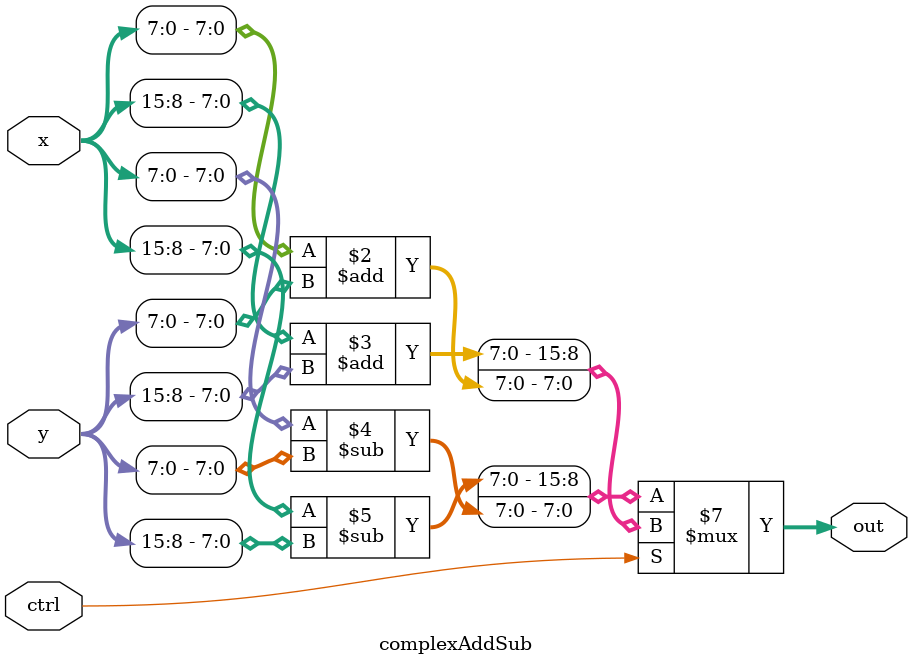
<source format=v>
module complexAddSub(x,y,ctrl,out);
input [15:0] x,y;
input ctrl;
output reg[15:0] out;
always @ (x,y,ctrl) begin
  if (ctrl) begin
      out = {(x[15:8]+y[15:8]),(x[7:0]+y[7:0])};
  end
  else begin
      out = {(x[15:8]-y[15:8]),(x[7:0]-y[7:0])};
  end
end
endmodule

</source>
